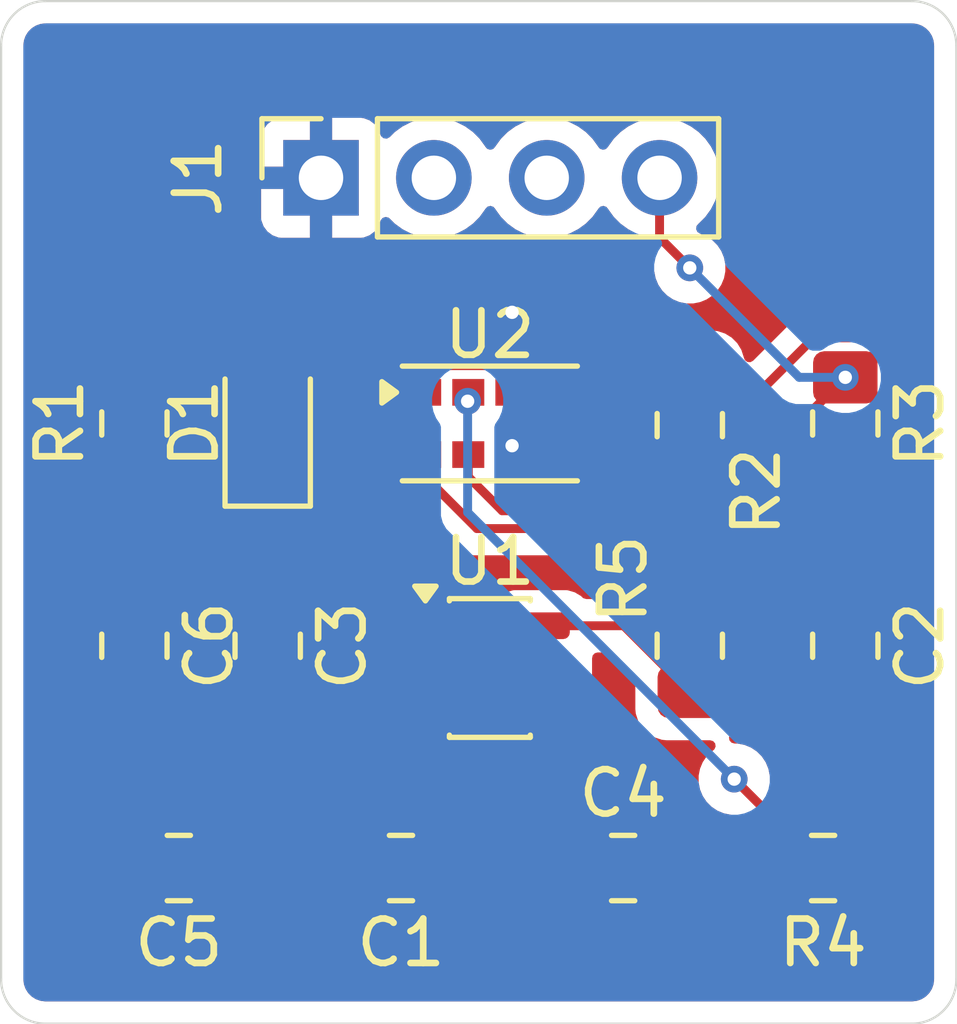
<source format=kicad_pcb>
(kicad_pcb (version 20241229) (generator "pcbnew") (generator_version "9.0")
  (layers (0 "F.Cu" signal) (2 "B.Cu" signal) (13 "F.Paste" user) (15 "B.Paste" user) (5 "F.SilkS" user "F.Silkscreen") (7 "B.SilkS" user "B.Silkscreen") (1 "F.Mask" user) (3 "B.Mask" user) (25 "Edge.Cuts" user))
  (net 0 "")
  (net 1 "+3V3")
  (net 2 "Net-(U1-BP)")
  (net 3 "GND")
  (net 4 "Net-(U2-LDR)")
  (net 5 "Net-(U2-INT)")
  (net 8 "VBUS")
  (net 9 "Net-(U2-VDD)")
  (net 10 "+5V")
  (net 11 "/SDA")
  (net 12 "/SCL")
  (net 13 "Net-(D1-A)")
  (footprint "Capacitor_SMD:C_0805_2012Metric_Pad1.18x1.45mm_HandSolder" (layer "F.Cu") (at 142.5 101 90)
    (property "Reference" "R5" (at 1.5 -1.5 90) (layer "F.SilkS"))
    (property "Value" "22")
    (fp_line (start -0.261252 -0.735) (end 0.261252 -0.735) (stroke (width 0.12)) (layer "F.SilkS"))
    (fp_line (start -0.261252 0.735) (end 0.261252 0.735) (stroke (width 0.12)) (layer "F.SilkS"))
    (pad "1" smd roundrect (at -1.0375 0 90) (size 1.175 1.45) (layers "F.Cu" "F.Mask" "F.Paste") (roundrect_rratio 0.212766) (net 1 "+3V3"))
    (pad "2" smd roundrect (at 1.0375 0 90) (size 1.175 1.45) (layers "F.Cu" "F.Mask" "F.Paste") (roundrect_rratio 0.212766) (net 9 "Net-(U2-VDD)"))
  )
  (footprint "Capacitor_SMD:C_0805_2012Metric_Pad1.18x1.45mm_HandSolder" (layer "F.Cu") (at 145.5 106 180)
    (property "Reference" "R4" (at 0 -1.68 0) (layer "F.SilkS"))
    (property "Value" "R")
    (fp_line (start -0.261252 0.735) (end 0.261252 0.735) (stroke (width 0.12)) (layer "F.SilkS"))
    (fp_line (start -0.261252 -0.735) (end 0.261252 -0.735) (stroke (width 0.12)) (layer "F.SilkS"))
    (pad "1" smd roundrect (at -1.0375 0 180) (size 1.175 1.45) (layers "F.Cu" "F.Mask" "F.Paste") (roundrect_rratio 0.212766) (net 8 "VBUS"))
    (pad "2" smd roundrect (at 1.0375 0 180) (size 1.175 1.45) (layers "F.Cu" "F.Mask" "F.Paste") (roundrect_rratio 0.212766) (net 5 "Net-(U2-INT)"))
  )
  (footprint "Capacitor_SMD:C_0805_2012Metric_Pad1.18x1.45mm_HandSolder" (layer "F.Cu") (at 130 101 -90)
    (property "Reference" "C6" (at 0 -1.68 90) (layer "F.SilkS"))
    (property "Value" "C")
    (fp_line (start -0.261252 0.735) (end 0.261252 0.735) (stroke (width 0.12)) (layer "F.SilkS"))
    (fp_line (start -0.261252 -0.735) (end 0.261252 -0.735) (stroke (width 0.12)) (layer "F.SilkS"))
    (pad "1" smd roundrect (at -1.0375 0 270) (size 1.175 1.45) (layers "F.Cu" "F.Mask" "F.Paste") (roundrect_rratio 0.212766) (net 1 "+3V3"))
    (pad "2" smd roundrect (at 1.0375 0 270) (size 1.175 1.45) (layers "F.Cu" "F.Mask" "F.Paste") (roundrect_rratio 0.212766) (net 3 "GND"))
  )
  (footprint "Capacitor_SMD:C_0805_2012Metric_Pad1.18x1.45mm_HandSolder" (layer "F.Cu") (at 141 106)
    (property "Reference" "C4" (at 0 -1.68 0) (layer "F.SilkS"))
    (property "Value" "0.01")
    (fp_line (start -0.261252 -0.735) (end 0.261252 -0.735) (stroke (width 0.12)) (layer "F.SilkS"))
    (fp_line (start -0.261252 0.735) (end 0.261252 0.735) (stroke (width 0.12)) (layer "F.SilkS"))
    (pad "1" smd roundrect (at -1.0375 0) (size 1.175 1.45) (layers "F.Cu" "F.Mask" "F.Paste") (roundrect_rratio 0.212766) (net 2 "Net-(U1-BP)"))
    (pad "2" smd roundrect (at 1.0375 0) (size 1.175 1.45) (layers "F.Cu" "F.Mask" "F.Paste") (roundrect_rratio 0.212766) (net 3 "GND"))
  )
  (footprint "Capacitor_SMD:C_0805_2012Metric_Pad1.18x1.45mm_HandSolder" (layer "F.Cu") (at 133 101 -90)
    (property "Reference" "C3" (at 0 -1.68 90) (layer "F.SilkS"))
    (property "Value" "1")
    (fp_line (start -0.261252 0.735) (end 0.261252 0.735) (stroke (width 0.12)) (layer "F.SilkS"))
    (fp_line (start -0.261252 -0.735) (end 0.261252 -0.735) (stroke (width 0.12)) (layer "F.SilkS"))
    (pad "1" smd roundrect (at -1.0375 0 270) (size 1.175 1.45) (layers "F.Cu" "F.Mask" "F.Paste") (roundrect_rratio 0.212766) (net 9 "Net-(U2-VDD)"))
    (pad "2" smd roundrect (at 1.0375 0 270) (size 1.175 1.45) (layers "F.Cu" "F.Mask" "F.Paste") (roundrect_rratio 0.212766) (net 3 "GND"))
  )
  (footprint "Capacitor_SMD:C_0805_2012Metric_Pad1.18x1.45mm_HandSolder" (layer "F.Cu") (at 142.5 96.0375 90)
    (property "Reference" "R2" (at -1.5 1.5 90) (layer "F.SilkS"))
    (property "Value" "R")
    (fp_line (start -0.261252 -0.735) (end 0.261252 -0.735) (stroke (width 0.12)) (layer "F.SilkS"))
    (fp_line (start -0.261252 0.735) (end 0.261252 0.735) (stroke (width 0.12)) (layer "F.SilkS"))
    (pad "1" smd roundrect (at -1.0375 0 90) (size 1.175 1.45) (layers "F.Cu" "F.Mask" "F.Paste") (roundrect_rratio 0.212766) (net 10 "+5V"))
    (pad "2" smd roundrect (at 1.0375 0 90) (size 1.175 1.45) (layers "F.Cu" "F.Mask" "F.Paste") (roundrect_rratio 0.212766) (net 11 "/SDA"))
  )
  (footprint "Capacitor_SMD:C_0805_2012Metric_Pad1.18x1.45mm_HandSolder" (layer "F.Cu") (at 146 96 -90)
    (property "Reference" "R3" (at 0 -1.68 90) (layer "F.SilkS"))
    (property "Value" "R")
    (fp_line (start -0.261252 0.735) (end 0.261252 0.735) (stroke (width 0.12)) (layer "F.SilkS"))
    (fp_line (start -0.261252 -0.735) (end 0.261252 -0.735) (stroke (width 0.12)) (layer "F.SilkS"))
    (pad "1" smd roundrect (at -1.0375 0 270) (size 1.175 1.45) (layers "F.Cu" "F.Mask" "F.Paste") (roundrect_rratio 0.212766) (net 10 "+5V"))
    (pad "2" smd roundrect (at 1.0375 0 270) (size 1.175 1.45) (layers "F.Cu" "F.Mask" "F.Paste") (roundrect_rratio 0.212766) (net 12 "/SCL"))
  )
  (footprint "Capacitor_SMD:C_0805_2012Metric_Pad1.18x1.45mm_HandSolder" (layer "F.Cu") (at 136 106 180)
    (property "Reference" "C1" (at 0 -1.68 0) (layer "F.SilkS"))
    (property "Value" "1")
    (fp_line (start -0.261252 0.735) (end 0.261252 0.735) (stroke (width 0.12)) (layer "F.SilkS"))
    (fp_line (start -0.261252 -0.735) (end 0.261252 -0.735) (stroke (width 0.12)) (layer "F.SilkS"))
    (pad "1" smd roundrect (at -1.0375 0 180) (size 1.175 1.45) (layers "F.Cu" "F.Mask" "F.Paste") (roundrect_rratio 0.212766) (net 3 "GND"))
    (pad "2" smd roundrect (at 1.0375 0 180) (size 1.175 1.45) (layers "F.Cu" "F.Mask" "F.Paste") (roundrect_rratio 0.212766) (net 1 "+3V3"))
  )
  (footprint "Package_TO_SOT_SMD:SOT-23-6" (layer "F.Cu") (at 138 101.5)
    (property "Reference" "U1" (at 0 -2.4 0) (layer "F.SilkS"))
    (property "Value" "TPS79301-EP")
    (fp_line (start -0.91 -1.56) (end 0.91 -1.56) (stroke (width 0.12)) (layer "F.SilkS"))
    (fp_line (start -0.91 -1.51) (end -0.91 -1.56) (stroke (width 0.12)) (layer "F.SilkS"))
    (fp_line (start -0.91 1.56) (end -0.91 1.51) (stroke (width 0.12)) (layer "F.SilkS"))
    (fp_line (start 0.91 -1.56) (end 0.91 -1.51) (stroke (width 0.12)) (layer "F.SilkS"))
    (fp_line (start 0.91 1.51) (end 0.91 1.56) (stroke (width 0.12)) (layer "F.SilkS"))
    (fp_line (start 0.91 1.56) (end -0.91 1.56) (stroke (width 0.12)) (layer "F.SilkS"))
    (fp_poly (pts (xy -1.45 -1.51) (xy -1.69 -1.84) (xy -1.21 -1.84)) (stroke (width 0.12)) (fill yes) (layer "F.SilkS"))
    (pad "1" smd roundrect (at -1.1375 -0.95) (size 1.325 0.6) (layers "F.Cu" "F.Mask" "F.Paste") (net 1 "+3V3"))
    (pad "2" smd roundrect (at -1.1375 0) (size 1.325 0.6) (layers "F.Cu" "F.Mask" "F.Paste") (net 3 "GND"))
    (pad "3" smd roundrect (at -1.1375 0.95) (size 1.325 0.6) (layers "F.Cu" "F.Mask" "F.Paste") (net 1 "+3V3"))
    (pad "4" smd roundrect (at 1.1375 0.95) (size 1.325 0.6) (layers "F.Cu" "F.Mask" "F.Paste") (net 2 "Net-(U1-BP)"))
    (pad "5" smd roundrect (at 1.1375 0) (size 1.325 0.6) (layers "F.Cu" "F.Mask" "F.Paste") (net 2 "Net-(U1-BP)"))
    (pad "6" smd roundrect (at 1.1375 -0.95) (size 1.325 0.6) (layers "F.Cu" "F.Mask" "F.Paste") (net 1 "+3V3"))
  )
  (footprint "LED_SMD:LED_0805_2012Metric_Pad1.15x1.40mm_HandSolder" (layer "F.Cu") (at 133 96 90)
    (property "Reference" "D1" (at 0 -1.65 90) (layer "F.SilkS"))
    (property "Value" "LED")
    (fp_line (start 1 -0.96) (end -1.86 -0.96) (stroke (width 0.12)) (layer "F.SilkS"))
    (fp_line (start -1.86 -0.96) (end -1.86 0.96) (stroke (width 0.12)) (layer "F.SilkS"))
    (fp_line (start -1.86 0.96) (end 1 0.96) (stroke (width 0.12)) (layer "F.SilkS"))
    (pad "1" smd roundrect (at -1.025 0 90) (size 1.15 1.4) (layers "F.Cu" "F.Mask" "F.Paste") (roundrect_rratio 0.217391) (net 3 "GND"))
    (pad "2" smd roundrect (at 1.025 0 90) (size 1.15 1.4) (layers "F.Cu" "F.Mask" "F.Paste") (roundrect_rratio 0.217391) (net 13 "Net-(D1-A)"))
  )
  (footprint "Capacitor_SMD:C_0805_2012Metric_Pad1.18x1.45mm_HandSolder" (layer "F.Cu") (at 130 96 90)
    (property "Reference" "R1" (at 0 -1.68 90) (layer "F.SilkS"))
    (property "Value" "R")
    (fp_line (start -0.261252 -0.735) (end 0.261252 -0.735) (stroke (width 0.12)) (layer "F.SilkS"))
    (fp_line (start -0.261252 0.735) (end 0.261252 0.735) (stroke (width 0.12)) (layer "F.SilkS"))
    (pad "1" smd roundrect (at -1.0375 0 90) (size 1.175 1.45) (layers "F.Cu" "F.Mask" "F.Paste") (roundrect_rratio 0.212766) (net 1 "+3V3"))
    (pad "2" smd roundrect (at 1.0375 0 90) (size 1.175 1.45) (layers "F.Cu" "F.Mask" "F.Paste") (roundrect_rratio 0.212766) (net 13 "Net-(D1-A)"))
  )
  (footprint "Sensor:Avago_APDS-9960" (layer "F.Cu") (at 138 96)
    (property "Reference" "U2" (at 0 -2 0) (layer "F.SilkS"))
    (property "Value" "APDS-9960")
    (fp_line (start -1.97 -1.29) (end 1.97 -1.29) (stroke (width 0.12)) (layer "F.SilkS"))
    (fp_line (start -1.97 1.29) (end 1.97 1.29) (stroke (width 0.12)) (layer "F.SilkS"))
    (fp_poly (pts (xy -2.1 -0.7) (xy -2.43 -0.46) (xy -2.43 -0.94) (xy -2.1 -0.7)) (stroke (width 0.12)) (fill yes) (layer "F.SilkS"))
    (pad "1" smd rect (at -1.455 -0.7) (size 0.72 0.6) (layers "F.Cu" "F.Mask" "F.Paste") (net 11 "/SDA"))
    (pad "2" smd rect (at -0.485 -0.7) (size 0.72 0.6) (layers "F.Cu" "F.Mask" "F.Paste") (net 5 "Net-(U2-INT)"))
    (pad "3" smd rect (at 0.485 -0.7) (size 0.72 0.6) (layers "F.Cu" "F.Mask" "F.Paste") (net 4 "Net-(U2-LDR)"))
    (pad "4" smd rect (at 1.455 -0.7) (size 0.72 0.6) (layers "F.Cu" "F.Mask" "F.Paste") (net 4 "Net-(U2-LDR)"))
    (pad "5" smd rect (at 1.455 0.7) (size 0.72 0.6) (layers "F.Cu" "F.Mask" "F.Paste") (net 1 "+3V3"))
    (pad "6" smd rect (at 0.485 0.7) (size 0.72 0.6) (layers "F.Cu" "F.Mask" "F.Paste") (net 3 "GND"))
    (pad "7" smd rect (at -0.485 0.7) (size 0.72 0.6) (layers "F.Cu" "F.Mask" "F.Paste") (net 12 "/SCL"))
    (pad "8" smd rect (at -1.455 0.7) (size 0.72 0.6) (layers "F.Cu" "F.Mask" "F.Paste") (net 9 "Net-(U2-VDD)"))
  )
  (footprint "Capacitor_SMD:C_0805_2012Metric_Pad1.18x1.45mm_HandSolder" (layer "F.Cu") (at 131 106 180)
    (property "Reference" "C5" (at 0 -1.68 0) (layer "F.SilkS"))
    (property "Value" "0.1")
    (fp_line (start -0.261252 0.735) (end 0.261252 0.735) (stroke (width 0.12)) (layer "F.SilkS"))
    (fp_line (start -0.261252 -0.735) (end 0.261252 -0.735) (stroke (width 0.12)) (layer "F.SilkS"))
    (pad "1" smd roundrect (at -1.0375 0 180) (size 1.175 1.45) (layers "F.Cu" "F.Mask" "F.Paste") (roundrect_rratio 0.212766) (net 1 "+3V3"))
    (pad "2" smd roundrect (at 1.0375 0 180) (size 1.175 1.45) (layers "F.Cu" "F.Mask" "F.Paste") (roundrect_rratio 0.212766) (net 3 "GND"))
  )
  (footprint "Connector_PinSocket_2.54mm:PinSocket_1x04_P2.54mm_Vertical" (layer "F.Cu") (at 134.2 90.475 90)
    (property "Reference" "J1" (at 0 -2.77 90) (layer "F.SilkS"))
    (property "Value" "Conn_01x04_Pin")
    (fp_line (start 1.33 -1.33) (end 1.33 0) (stroke (width 0.12)) (layer "F.SilkS"))
    (fp_line (start 0 -1.33) (end 1.33 -1.33) (stroke (width 0.12)) (layer "F.SilkS"))
    (fp_line (start 1.33 1.27) (end 1.33 8.95) (stroke (width 0.12)) (layer "F.SilkS"))
    (fp_line (start -1.33 1.27) (end 1.33 1.27) (stroke (width 0.12)) (layer "F.SilkS"))
    (fp_line (start -1.33 1.27) (end -1.33 8.95) (stroke (width 0.12)) (layer "F.SilkS"))
    (fp_line (start -1.33 8.95) (end 1.33 8.95) (stroke (width 0.12)) (layer "F.SilkS"))
    (pad "1" thru_hole rect (at 0 0 90) (size 1.7 1.7) (drill 1) (layers "*.Cu" "*.Mask") (net 3 "GND"))
    (pad "2" thru_hole circle (at 0 2.54 90) (size 1.7 1.7) (drill 1) (layers "*.Cu" "*.Mask"))
    (pad "3" thru_hole circle (at 0 5.08 90) (size 1.7 1.7) (drill 1) (layers "*.Cu" "*.Mask"))
    (pad "4" thru_hole circle (at 0 7.62 90) (size 1.7 1.7) (drill 1) (layers "*.Cu" "*.Mask") (net 10 "+5V"))
  )
  (footprint "Capacitor_SMD:C_0805_2012Metric_Pad1.18x1.45mm_HandSolder" (layer "F.Cu") (at 146 101 -90)
    (property "Reference" "C2" (at 0 -1.68 90) (layer "F.SilkS"))
    (property "Value" "10")
    (fp_line (start -0.261252 0.735) (end 0.261252 0.735) (stroke (width 0.12)) (layer "F.SilkS"))
    (fp_line (start -0.261252 -0.735) (end 0.261252 -0.735) (stroke (width 0.12)) (layer "F.SilkS"))
    (pad "1" smd roundrect (at -1.0375 0 270) (size 1.175 1.45) (layers "F.Cu" "F.Mask" "F.Paste") (roundrect_rratio 0.212766) (net 1 "+3V3"))
    (pad "2" smd roundrect (at 1.0375 0 270) (size 1.175 1.45) (layers "F.Cu" "F.Mask" "F.Paste") (roundrect_rratio 0.212766) (net 3 "GND"))
  )
  (gr_arc (start 147.5 86.5) (mid 148.207107 86.792893) (end 148.5 87.5) (stroke (width 0.05)) (layer "Edge.Cuts"))
  (gr_line (start 148.5 87.5) (end 148.5 108.5) (stroke (width 0.05)) (layer "Edge.Cuts"))
  (gr_line (start 128 86.5) (end 147.5 86.5) (stroke (width 0.05)) (layer "Edge.Cuts"))
  (gr_arc (start 127 87.5) (mid 127.292893 86.792893) (end 128 86.5) (stroke (width 0.05)) (layer "Edge.Cuts"))
  (gr_line (start 147.5 109.5) (end 128 109.5) (stroke (width 0.05)) (layer "Edge.Cuts"))
  (gr_line (start 127 108.5) (end 127 87.5) (stroke (width 0.05)) (layer "Edge.Cuts"))
  (gr_arc (start 148.5 108.5) (mid 148.207107 109.207107) (end 147.5 109.5) (stroke (width 0.05)) (layer "Edge.Cuts"))
  (gr_arc (start 128 109.5) (mid 127.292893 109.207107) (end 127 108.5) (stroke (width 0.05)) (layer "Edge.Cuts"))
  (segment (start 136.508032 102.45) (end 135.899 101.840968) (width 0.2) (layer "F.Cu") (net 1))
  (segment (start 132.0375 106) (end 131.974 105.9365) (width 0.2) (layer "F.Cu") (net 1))
  (segment (start 139.455 96.7) (end 139.9685 96.1865) (width 0.2) (layer "F.Cu") (net 1))
  (segment (start 145.28984 94.074) (end 146.71016 94.074) (width 0.2) (layer "F.Cu") (net 1))
  (segment (start 135.899 100.851001) (end 136.200001 100.55) (width 0.2) (layer "F.Cu") (net 1))
  (segment (start 136.200001 100.55) (end 136.8625 100.55) (width 0.2) (layer "F.Cu") (net 1))
  (segment (start 142.5 102.0375) (end 141.0125 100.55) (width 0.2) (layer "F.Cu") (net 1))
  (segment (start 147.026 98.9365) (end 146 99.9625) (width 0.2) (layer "F.Cu") (net 1))
  (segment (start 131.974 101.9365) (end 130 99.9625) (width 0.2) (layer "F.Cu") (net 1))
  (segment (start 131.974 105.9365) (end 131.974 101.9365) (width 0.2) (layer "F.Cu") (net 1))
  (segment (start 134.9625 104.35) (end 136.8625 102.45) (width 0.2) (layer "F.Cu") (net 1))
  (segment (start 146.71016 94.074) (end 147.026 94.38984) (width 0.2) (layer "F.Cu") (net 1))
  (segment (start 139.9685 96.1865) (end 143.17734 96.1865) (width 0.2) (layer "F.Cu") (net 1))
  (segment (start 141.0125 100.55) (end 139.1375 100.55) (width 0.2) (layer "F.Cu") (net 1))
  (segment (start 136.8625 100.55) (end 139.1375 100.55) (width 0.2) (layer "F.Cu") (net 1))
  (segment (start 146 99.9625) (end 144.575 99.9625) (width 0.2) (layer "F.Cu") (net 1))
  (segment (start 135.899 101.840968) (end 135.899 100.851001) (width 0.2) (layer "F.Cu") (net 1))
  (segment (start 136.8625 102.45) (end 136.508032 102.45) (width 0.2) (layer "F.Cu") (net 1))
  (segment (start 144.575 99.9625) (end 142.5 102.0375) (width 0.2) (layer "F.Cu") (net 1))
  (segment (start 143.17734 96.1865) (end 145.28984 94.074) (width 0.2) (layer "F.Cu") (net 1))
  (segment (start 134.9625 106) (end 134.9625 104.35) (width 0.2) (layer "F.Cu") (net 1))
  (segment (start 130 97.0375) (end 130 99.9625) (width 0.2) (layer "F.Cu") (net 1))
  (segment (start 134.9625 106) (end 132.0375 106) (width 0.2) (layer "F.Cu") (net 1))
  (segment (start 147.026 94.38984) (end 147.026 98.9365) (width 0.2) (layer "F.Cu") (net 1))
  (segment (start 139.9625 106) (end 139.9625 103.275) (width 0.2) (layer "F.Cu") (net 2))
  (segment (start 139.9625 103.275) (end 139.1375 102.45) (width 0.2) (layer "F.Cu") (net 2))
  (segment (start 139.1375 102.45) (end 139.1375 101.5) (width 0.2) (layer "F.Cu") (net 2))
  (segment (start 138.485 96.7) (end 138.485 96.515) (width 0.2) (layer "F.Cu") (net 3))
  (segment (start 138.485 96.515) (end 138.5 96.5) (width 0.2) (layer "F.Cu") (net 3))
  (segment (start 138 105.0375) (end 137.0375 106) (width 0.2) (layer "F.Cu") (net 3))
  (segment (start 138 101.975001) (end 138 105.0375) (width 0.2) (layer "F.Cu") (net 3))
  (segment (start 137.524999 101.5) (end 138 101.975001) (width 0.2) (layer "F.Cu") (net 3))
  (segment (start 136.8625 101.5) (end 137.524999 101.5) (width 0.2) (layer "F.Cu") (net 3))
  (via (at 138.5 93.5) (size 0.6) (drill 0.3) (layers "F.Cu" "B.Cu") (net 3))
  (via (at 138.5 96.5) (size 0.6) (drill 0.3) (layers "F.Cu" "B.Cu") (net 3))
  (segment (start 138.5 96.5) (end 138.5 93.5) (width 0.2) (layer "B.Cu") (net 3))
  (segment (start 138.485 95.3) (end 139.455 95.3) (width 0.2) (layer "F.Cu") (net 4))
  (segment (start 144.4625 106) (end 144.4625 104.9625) (width 0.2) (layer "F.Cu") (net 5))
  (segment (start 144.4625 104.9625) (end 143.5 104) (width 0.2) (layer "F.Cu") (net 5))
  (via (at 143.5 104) (size 0.6) (drill 0.3) (layers "F.Cu" "B.Cu") (net 5))
  (via (at 137.5 95.5) (size 0.6) (drill 0.3) (layers "F.Cu" "B.Cu") (net 5))
  (segment (start 137.5 98) (end 137.5 95.5) (width 0.2) (layer "B.Cu") (net 5))
  (segment (start 143.5 104) (end 137.5 98) (width 0.2) (layer "B.Cu") (net 5))
  (segment (start 137.7095 98.3645) (end 136.545 97.2) (width 0.2) (layer "F.Cu") (net 9))
  (segment (start 136.545 97.2) (end 136.545 96.7) (width 0.2) (layer "F.Cu") (net 9))
  (segment (start 142.5 99.9625) (end 140.902 98.3645) (width 0.2) (layer "F.Cu") (net 9))
  (segment (start 133 99.9625) (end 133.2825 99.9625) (width 0.2) (layer "F.Cu") (net 9))
  (segment (start 133.2825 99.9625) (end 136.545 96.7) (width 0.2) (layer "F.Cu") (net 9))
  (segment (start 140.902 98.3645) (end 137.7095 98.3645) (width 0.2) (layer "F.Cu") (net 9))
  (segment (start 141.82 91.82) (end 142.5 92.5) (width 0.2) (layer "F.Cu") (net 10))
  (segment (start 143.9625 97) (end 146 94.9625) (width 0.2) (layer "F.Cu") (net 10))
  (segment (start 142.5 97) (end 143.9625 97) (width 0.2) (layer "F.Cu") (net 10))
  (segment (start 141.82 90.475) (end 141.82 91.82) (width 0.2) (layer "F.Cu") (net 10))
  (segment (start 142.5 97.075) (end 142.5 97) (width 0.2) (layer "F.Cu") (net 10))
  (via (at 146 94.9625) (size 0.6) (drill 0.3) (layers "F.Cu" "B.Cu") (net 10))
  (via (at 142.5 92.5) (size 0.6) (drill 0.3) (layers "F.Cu" "B.Cu") (net 10))
  (segment (start 142.5 92.5) (end 144.9625 94.9625) (width 0.2) (layer "B.Cu") (net 10))
  (segment (start 144.9625 94.9625) (end 146 94.9625) (width 0.2) (layer "B.Cu") (net 10))
  (segment (start 142.5 95) (end 142.199 94.699) (width 0.2) (layer "F.Cu") (net 11))
  (segment (start 136.646 94.699) (end 136.545 94.8) (width 0.2) (layer "F.Cu") (net 11))
  (segment (start 136.545 94.8) (end 136.545 95.3) (width 0.2) (layer "F.Cu") (net 11))
  (segment (start 142.199 94.699) (end 136.646 94.699) (width 0.2) (layer "F.Cu") (net 11))
  (segment (start 137.515 97.2) (end 137.515 96.7) (width 0.2) (layer "F.Cu") (net 12))
  (segment (start 138.2785 97.9635) (end 137.515 97.2) (width 0.2) (layer "F.Cu") (net 12))
  (segment (start 145.074 97.9635) (end 138.2785 97.9635) (width 0.2) (layer "F.Cu") (net 12))
  (segment (start 146 97.0375) (end 145.074 97.9635) (width 0.2) (layer "F.Cu") (net 12))
  (segment (start 133 94.975) (end 130.0125 94.975) (width 0.2) (layer "F.Cu") (net 13))
  (segment (start 130.0125 94.975) (end 130 94.9625) (width 0.2) (layer "F.Cu") (net 13))
  (zone (net 3) (net_name "GND") (layers "F.Cu" "B.Cu") (connect_pads (clearance 0.5)) (min_thickness 0.25) (fill yes (thermal_gap 0.5) (thermal_bridge_width 0.5))
    (polygon (pts (xy 127 86.5) (xy 148.5 86.5) (xy 148.5 109.5) (xy 127 109.5)))
  )
)
</source>
